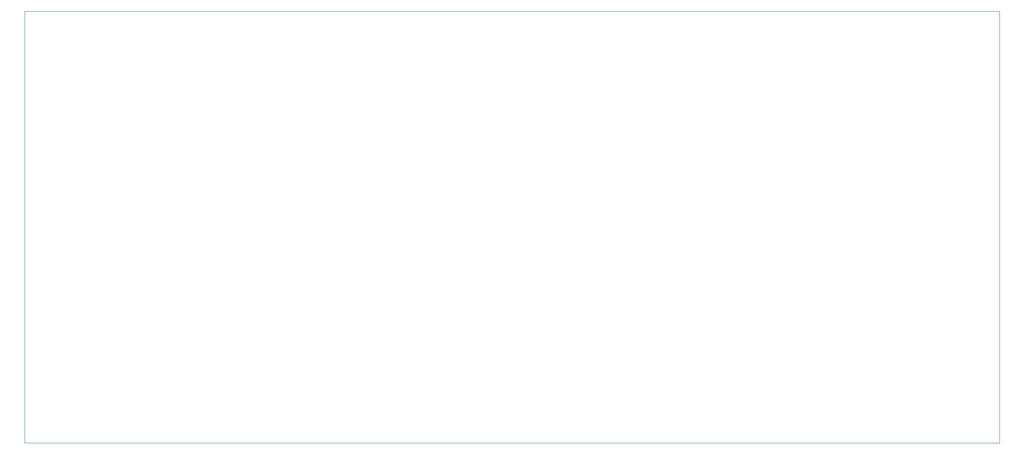
<source format=gbr>
%TF.GenerationSoftware,KiCad,Pcbnew,(6.0.9)*%
%TF.CreationDate,2023-02-11T16:03:26+01:00*%
%TF.ProjectId,display_board,64697370-6c61-4795-9f62-6f6172642e6b,rev?*%
%TF.SameCoordinates,Original*%
%TF.FileFunction,Profile,NP*%
%FSLAX46Y46*%
G04 Gerber Fmt 4.6, Leading zero omitted, Abs format (unit mm)*
G04 Created by KiCad (PCBNEW (6.0.9)) date 2023-02-11 16:03:26*
%MOMM*%
%LPD*%
G01*
G04 APERTURE LIST*
%TA.AperFunction,Profile*%
%ADD10C,0.100000*%
%TD*%
G04 APERTURE END LIST*
D10*
X50267500Y-146135000D02*
X235267500Y-146135000D01*
X235267500Y-146135000D02*
X235267500Y-64135000D01*
X235267500Y-64135000D02*
X50267500Y-64135000D01*
X50267500Y-64135000D02*
X50267500Y-146135000D01*
M02*

</source>
